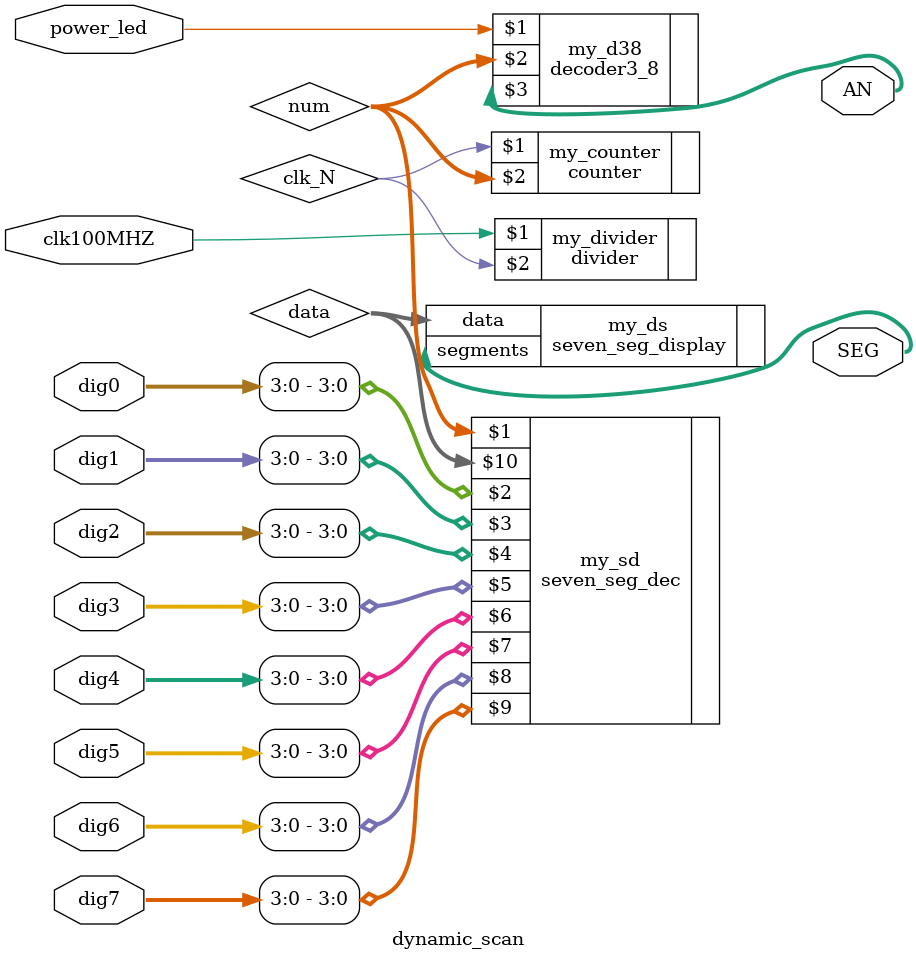
<source format=v>
`timescale 1ns / 1ps


module dynamic_scan(
    input             clk100MHZ,
    input power_led,
    input   [7:0]     dig0,
    input   [7:0]     dig1,
    input   [7:0]     dig2,
    input   [7:0]     dig3,
    input   [7:0]     dig4,
    input   [7:0]     dig5,
    input   [7:0]     dig6,
    input   [7:0]     dig7,
    output  [7:0]     SEG,
    output  [7:0]     AN
);
    
    wire        clk_N;
    wire [2:0]  num;
    wire [3:0]  data;
        
    divider #(3000) my_divider(clk100MHZ,clk_N);
    
    counter my_counter(clk_N,num);
    
    decoder3_8 my_d38(power_led,num,AN);
    
    seven_seg_dec my_sd(num,dig0[3:0],dig1[3:0],dig2[3:0],dig3[3:0],dig4[3:0],dig5[3:0],dig6[3:0],dig7[3:0],data);
    
    seven_seg_display my_ds(.data(data), .segments(SEG));

endmodule

</source>
